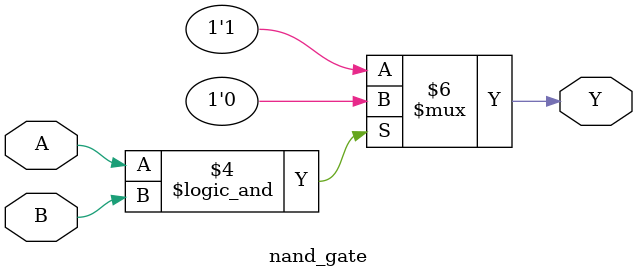
<source format=v>
module nand_gate (output reg Y,input A,input B);
always @(A or B) begin
	if (A==1 && B==1)
		Y=0;
	else 
		Y=1;
	
end 
endmodule


</source>
